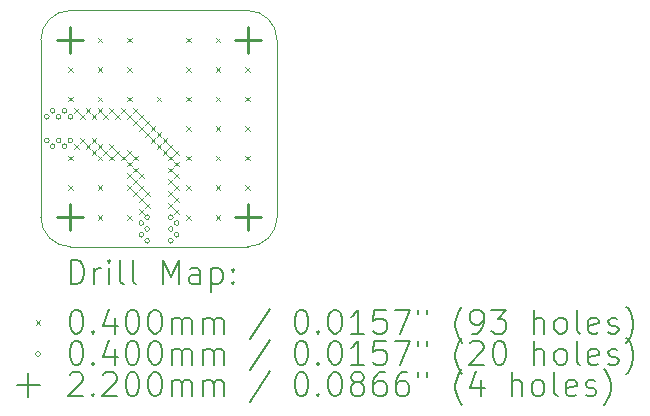
<source format=gbr>
%FSLAX45Y45*%
G04 Gerber Fmt 4.5, Leading zero omitted, Abs format (unit mm)*
G04 Created by KiCad (PCBNEW 6.0.1-79c1e3a40b~116~ubuntu20.04.1) date 2022-01-29 12:04:32*
%MOMM*%
%LPD*%
G01*
G04 APERTURE LIST*
%TA.AperFunction,Profile*%
%ADD10C,0.100000*%
%TD*%
%ADD11C,0.200000*%
%ADD12C,0.040000*%
%ADD13C,0.220000*%
G04 APERTURE END LIST*
D10*
X15250000Y-7500000D02*
G75*
G03*
X15000000Y-7750000I0J-250000D01*
G01*
X15250000Y-7500000D02*
X16750000Y-7500000D01*
X17000000Y-7750000D02*
G75*
G03*
X16750000Y-7500000I-250000J0D01*
G01*
X15000000Y-9250000D02*
X15000000Y-7750000D01*
X15000000Y-9250000D02*
G75*
G03*
X15250000Y-9500000I250000J0D01*
G01*
X17000000Y-7750000D02*
X17000000Y-9250000D01*
X16750000Y-9500000D02*
G75*
G03*
X17000000Y-9250000I0J250000D01*
G01*
X16750000Y-9500000D02*
X15250000Y-9500000D01*
D11*
D12*
X15230000Y-7980000D02*
X15270000Y-8020000D01*
X15270000Y-7980000D02*
X15230000Y-8020000D01*
X15230000Y-8230000D02*
X15270000Y-8270000D01*
X15270000Y-8230000D02*
X15230000Y-8270000D01*
X15230000Y-8730000D02*
X15270000Y-8770000D01*
X15270000Y-8730000D02*
X15230000Y-8770000D01*
X15230000Y-8980000D02*
X15270000Y-9020000D01*
X15270000Y-8980000D02*
X15230000Y-9020000D01*
X15280000Y-8330000D02*
X15320000Y-8370000D01*
X15320000Y-8330000D02*
X15280000Y-8370000D01*
X15280000Y-8630000D02*
X15320000Y-8670000D01*
X15320000Y-8630000D02*
X15280000Y-8670000D01*
X15330000Y-8380000D02*
X15370000Y-8420000D01*
X15370000Y-8380000D02*
X15330000Y-8420000D01*
X15330000Y-8580000D02*
X15370000Y-8620000D01*
X15370000Y-8580000D02*
X15330000Y-8620000D01*
X15380000Y-8330000D02*
X15420000Y-8370000D01*
X15420000Y-8330000D02*
X15380000Y-8370000D01*
X15380000Y-8630000D02*
X15420000Y-8670000D01*
X15420000Y-8630000D02*
X15380000Y-8670000D01*
X15430000Y-8380000D02*
X15470000Y-8420000D01*
X15470000Y-8380000D02*
X15430000Y-8420000D01*
X15430000Y-8580000D02*
X15470000Y-8620000D01*
X15470000Y-8580000D02*
X15430000Y-8620000D01*
X15430000Y-8680000D02*
X15470000Y-8720000D01*
X15470000Y-8680000D02*
X15430000Y-8720000D01*
X15480000Y-7730000D02*
X15520000Y-7770000D01*
X15520000Y-7730000D02*
X15480000Y-7770000D01*
X15480000Y-7980000D02*
X15520000Y-8020000D01*
X15520000Y-7980000D02*
X15480000Y-8020000D01*
X15480000Y-8230000D02*
X15520000Y-8270000D01*
X15520000Y-8230000D02*
X15480000Y-8270000D01*
X15480000Y-8330000D02*
X15520000Y-8370000D01*
X15520000Y-8330000D02*
X15480000Y-8370000D01*
X15480000Y-8630000D02*
X15520000Y-8670000D01*
X15520000Y-8630000D02*
X15480000Y-8670000D01*
X15480000Y-8730000D02*
X15520000Y-8770000D01*
X15520000Y-8730000D02*
X15480000Y-8770000D01*
X15480000Y-8980000D02*
X15520000Y-9020000D01*
X15520000Y-8980000D02*
X15480000Y-9020000D01*
X15480000Y-9230000D02*
X15520000Y-9270000D01*
X15520000Y-9230000D02*
X15480000Y-9270000D01*
X15530000Y-8380000D02*
X15570000Y-8420000D01*
X15570000Y-8380000D02*
X15530000Y-8420000D01*
X15530000Y-8680000D02*
X15570000Y-8720000D01*
X15570000Y-8680000D02*
X15530000Y-8720000D01*
X15580000Y-8330000D02*
X15620000Y-8370000D01*
X15620000Y-8330000D02*
X15580000Y-8370000D01*
X15580000Y-8630000D02*
X15620000Y-8670000D01*
X15620000Y-8630000D02*
X15580000Y-8670000D01*
X15580000Y-8730000D02*
X15620000Y-8770000D01*
X15620000Y-8730000D02*
X15580000Y-8770000D01*
X15630000Y-8380000D02*
X15670000Y-8420000D01*
X15670000Y-8380000D02*
X15630000Y-8420000D01*
X15630000Y-8680000D02*
X15670000Y-8720000D01*
X15670000Y-8680000D02*
X15630000Y-8720000D01*
X15680000Y-8330000D02*
X15720000Y-8370000D01*
X15720000Y-8330000D02*
X15680000Y-8370000D01*
X15680000Y-8730000D02*
X15720000Y-8770000D01*
X15720000Y-8730000D02*
X15680000Y-8770000D01*
X15730000Y-7730000D02*
X15770000Y-7770000D01*
X15770000Y-7730000D02*
X15730000Y-7770000D01*
X15730000Y-7980000D02*
X15770000Y-8020000D01*
X15770000Y-7980000D02*
X15730000Y-8020000D01*
X15730000Y-8230000D02*
X15770000Y-8270000D01*
X15770000Y-8230000D02*
X15730000Y-8270000D01*
X15730000Y-8380000D02*
X15770000Y-8420000D01*
X15770000Y-8380000D02*
X15730000Y-8420000D01*
X15730000Y-8680000D02*
X15770000Y-8720000D01*
X15770000Y-8680000D02*
X15730000Y-8720000D01*
X15730000Y-8780000D02*
X15770000Y-8820000D01*
X15770000Y-8780000D02*
X15730000Y-8820000D01*
X15730000Y-8880000D02*
X15770000Y-8920000D01*
X15770000Y-8880000D02*
X15730000Y-8920000D01*
X15730000Y-8980000D02*
X15770000Y-9020000D01*
X15770000Y-8980000D02*
X15730000Y-9020000D01*
X15730000Y-9230000D02*
X15770000Y-9270000D01*
X15770000Y-9230000D02*
X15730000Y-9270000D01*
X15780000Y-8330000D02*
X15820000Y-8370000D01*
X15820000Y-8330000D02*
X15780000Y-8370000D01*
X15780000Y-8430000D02*
X15820000Y-8470000D01*
X15820000Y-8430000D02*
X15780000Y-8470000D01*
X15780000Y-8730000D02*
X15820000Y-8770000D01*
X15820000Y-8730000D02*
X15780000Y-8770000D01*
X15780000Y-8830000D02*
X15820000Y-8870000D01*
X15820000Y-8830000D02*
X15780000Y-8870000D01*
X15780000Y-8930000D02*
X15820000Y-8970000D01*
X15820000Y-8930000D02*
X15780000Y-8970000D01*
X15780000Y-9030000D02*
X15820000Y-9070000D01*
X15820000Y-9030000D02*
X15780000Y-9070000D01*
X15830000Y-8380000D02*
X15870000Y-8420000D01*
X15870000Y-8380000D02*
X15830000Y-8420000D01*
X15830000Y-8480000D02*
X15870000Y-8520000D01*
X15870000Y-8480000D02*
X15830000Y-8520000D01*
X15830000Y-8880000D02*
X15870000Y-8920000D01*
X15870000Y-8880000D02*
X15830000Y-8920000D01*
X15830000Y-8980000D02*
X15870000Y-9020000D01*
X15870000Y-8980000D02*
X15830000Y-9020000D01*
X15830000Y-9080000D02*
X15870000Y-9120000D01*
X15870000Y-9080000D02*
X15830000Y-9120000D01*
X15830000Y-9180000D02*
X15870000Y-9220000D01*
X15870000Y-9180000D02*
X15830000Y-9220000D01*
X15880000Y-8430000D02*
X15920000Y-8470000D01*
X15920000Y-8430000D02*
X15880000Y-8470000D01*
X15880000Y-8530000D02*
X15920000Y-8570000D01*
X15920000Y-8530000D02*
X15880000Y-8570000D01*
X15880000Y-9030000D02*
X15920000Y-9070000D01*
X15920000Y-9030000D02*
X15880000Y-9070000D01*
X15880000Y-9130000D02*
X15920000Y-9170000D01*
X15920000Y-9130000D02*
X15880000Y-9170000D01*
X15930000Y-8480000D02*
X15970000Y-8520000D01*
X15970000Y-8480000D02*
X15930000Y-8520000D01*
X15930000Y-8580000D02*
X15970000Y-8620000D01*
X15970000Y-8580000D02*
X15930000Y-8620000D01*
X15980000Y-8230000D02*
X16020000Y-8270000D01*
X16020000Y-8230000D02*
X15980000Y-8270000D01*
X15980000Y-8530000D02*
X16020000Y-8570000D01*
X16020000Y-8530000D02*
X15980000Y-8570000D01*
X15980000Y-8630000D02*
X16020000Y-8670000D01*
X16020000Y-8630000D02*
X15980000Y-8670000D01*
X16030000Y-8580000D02*
X16070000Y-8620000D01*
X16070000Y-8580000D02*
X16030000Y-8620000D01*
X16030000Y-8680000D02*
X16070000Y-8720000D01*
X16070000Y-8680000D02*
X16030000Y-8720000D01*
X16080000Y-8630000D02*
X16120000Y-8670000D01*
X16120000Y-8630000D02*
X16080000Y-8670000D01*
X16080000Y-8730000D02*
X16120000Y-8770000D01*
X16120000Y-8730000D02*
X16080000Y-8770000D01*
X16080000Y-8830000D02*
X16120000Y-8870000D01*
X16120000Y-8830000D02*
X16080000Y-8870000D01*
X16080000Y-8930000D02*
X16120000Y-8970000D01*
X16120000Y-8930000D02*
X16080000Y-8970000D01*
X16080000Y-9030000D02*
X16120000Y-9070000D01*
X16120000Y-9030000D02*
X16080000Y-9070000D01*
X16080000Y-9130000D02*
X16120000Y-9170000D01*
X16120000Y-9130000D02*
X16080000Y-9170000D01*
X16130000Y-8680000D02*
X16170000Y-8720000D01*
X16170000Y-8680000D02*
X16130000Y-8720000D01*
X16130000Y-8780000D02*
X16170000Y-8820000D01*
X16170000Y-8780000D02*
X16130000Y-8820000D01*
X16130000Y-8880000D02*
X16170000Y-8920000D01*
X16170000Y-8880000D02*
X16130000Y-8920000D01*
X16130000Y-8980000D02*
X16170000Y-9020000D01*
X16170000Y-8980000D02*
X16130000Y-9020000D01*
X16130000Y-9080000D02*
X16170000Y-9120000D01*
X16170000Y-9080000D02*
X16130000Y-9120000D01*
X16130000Y-9180000D02*
X16170000Y-9220000D01*
X16170000Y-9180000D02*
X16130000Y-9220000D01*
X16230000Y-7730000D02*
X16270000Y-7770000D01*
X16270000Y-7730000D02*
X16230000Y-7770000D01*
X16230000Y-7980000D02*
X16270000Y-8020000D01*
X16270000Y-7980000D02*
X16230000Y-8020000D01*
X16230000Y-8230000D02*
X16270000Y-8270000D01*
X16270000Y-8230000D02*
X16230000Y-8270000D01*
X16230000Y-8480000D02*
X16270000Y-8520000D01*
X16270000Y-8480000D02*
X16230000Y-8520000D01*
X16230000Y-8730000D02*
X16270000Y-8770000D01*
X16270000Y-8730000D02*
X16230000Y-8770000D01*
X16230000Y-8980000D02*
X16270000Y-9020000D01*
X16270000Y-8980000D02*
X16230000Y-9020000D01*
X16230000Y-9230000D02*
X16270000Y-9270000D01*
X16270000Y-9230000D02*
X16230000Y-9270000D01*
X16480000Y-7730000D02*
X16520000Y-7770000D01*
X16520000Y-7730000D02*
X16480000Y-7770000D01*
X16480000Y-7980000D02*
X16520000Y-8020000D01*
X16520000Y-7980000D02*
X16480000Y-8020000D01*
X16480000Y-8230000D02*
X16520000Y-8270000D01*
X16520000Y-8230000D02*
X16480000Y-8270000D01*
X16480000Y-8480000D02*
X16520000Y-8520000D01*
X16520000Y-8480000D02*
X16480000Y-8520000D01*
X16480000Y-8730000D02*
X16520000Y-8770000D01*
X16520000Y-8730000D02*
X16480000Y-8770000D01*
X16480000Y-8980000D02*
X16520000Y-9020000D01*
X16520000Y-8980000D02*
X16480000Y-9020000D01*
X16480000Y-9230000D02*
X16520000Y-9270000D01*
X16520000Y-9230000D02*
X16480000Y-9270000D01*
X16730000Y-7980000D02*
X16770000Y-8020000D01*
X16770000Y-7980000D02*
X16730000Y-8020000D01*
X16730000Y-8230000D02*
X16770000Y-8270000D01*
X16770000Y-8230000D02*
X16730000Y-8270000D01*
X16730000Y-8480000D02*
X16770000Y-8520000D01*
X16770000Y-8480000D02*
X16730000Y-8520000D01*
X16730000Y-8730000D02*
X16770000Y-8770000D01*
X16770000Y-8730000D02*
X16730000Y-8770000D01*
X16730000Y-8980000D02*
X16770000Y-9020000D01*
X16770000Y-8980000D02*
X16730000Y-9020000D01*
X15070000Y-8400000D02*
G75*
G03*
X15070000Y-8400000I-20000J0D01*
G01*
X15070000Y-8600000D02*
G75*
G03*
X15070000Y-8600000I-20000J0D01*
G01*
X15120000Y-8350000D02*
G75*
G03*
X15120000Y-8350000I-20000J0D01*
G01*
X15120000Y-8650000D02*
G75*
G03*
X15120000Y-8650000I-20000J0D01*
G01*
X15170000Y-8400000D02*
G75*
G03*
X15170000Y-8400000I-20000J0D01*
G01*
X15170000Y-8600000D02*
G75*
G03*
X15170000Y-8600000I-20000J0D01*
G01*
X15220000Y-8350000D02*
G75*
G03*
X15220000Y-8350000I-20000J0D01*
G01*
X15220000Y-8650000D02*
G75*
G03*
X15220000Y-8650000I-20000J0D01*
G01*
X15270000Y-8400000D02*
G75*
G03*
X15270000Y-8400000I-20000J0D01*
G01*
X15270000Y-8600000D02*
G75*
G03*
X15270000Y-8600000I-20000J0D01*
G01*
X15870000Y-9300000D02*
G75*
G03*
X15870000Y-9300000I-20000J0D01*
G01*
X15870000Y-9400000D02*
G75*
G03*
X15870000Y-9400000I-20000J0D01*
G01*
X15920000Y-9250000D02*
G75*
G03*
X15920000Y-9250000I-20000J0D01*
G01*
X15920000Y-9350000D02*
G75*
G03*
X15920000Y-9350000I-20000J0D01*
G01*
X15920000Y-9450000D02*
G75*
G03*
X15920000Y-9450000I-20000J0D01*
G01*
X16120000Y-9250000D02*
G75*
G03*
X16120000Y-9250000I-20000J0D01*
G01*
X16120000Y-9350000D02*
G75*
G03*
X16120000Y-9350000I-20000J0D01*
G01*
X16120000Y-9450000D02*
G75*
G03*
X16120000Y-9450000I-20000J0D01*
G01*
X16170000Y-9300000D02*
G75*
G03*
X16170000Y-9300000I-20000J0D01*
G01*
X16170000Y-9400000D02*
G75*
G03*
X16170000Y-9400000I-20000J0D01*
G01*
D13*
X15250000Y-7640000D02*
X15250000Y-7860000D01*
X15140000Y-7750000D02*
X15360000Y-7750000D01*
X15250000Y-9140000D02*
X15250000Y-9360000D01*
X15140000Y-9250000D02*
X15360000Y-9250000D01*
X16750000Y-7640000D02*
X16750000Y-7860000D01*
X16640000Y-7750000D02*
X16860000Y-7750000D01*
X16750000Y-9140000D02*
X16750000Y-9360000D01*
X16640000Y-9250000D02*
X16860000Y-9250000D01*
D11*
X15252619Y-9815476D02*
X15252619Y-9615476D01*
X15300238Y-9615476D01*
X15328809Y-9625000D01*
X15347857Y-9644048D01*
X15357381Y-9663095D01*
X15366905Y-9701190D01*
X15366905Y-9729762D01*
X15357381Y-9767857D01*
X15347857Y-9786905D01*
X15328809Y-9805952D01*
X15300238Y-9815476D01*
X15252619Y-9815476D01*
X15452619Y-9815476D02*
X15452619Y-9682143D01*
X15452619Y-9720238D02*
X15462143Y-9701190D01*
X15471667Y-9691667D01*
X15490714Y-9682143D01*
X15509762Y-9682143D01*
X15576428Y-9815476D02*
X15576428Y-9682143D01*
X15576428Y-9615476D02*
X15566905Y-9625000D01*
X15576428Y-9634524D01*
X15585952Y-9625000D01*
X15576428Y-9615476D01*
X15576428Y-9634524D01*
X15700238Y-9815476D02*
X15681190Y-9805952D01*
X15671667Y-9786905D01*
X15671667Y-9615476D01*
X15805000Y-9815476D02*
X15785952Y-9805952D01*
X15776428Y-9786905D01*
X15776428Y-9615476D01*
X16033571Y-9815476D02*
X16033571Y-9615476D01*
X16100238Y-9758333D01*
X16166905Y-9615476D01*
X16166905Y-9815476D01*
X16347857Y-9815476D02*
X16347857Y-9710714D01*
X16338333Y-9691667D01*
X16319286Y-9682143D01*
X16281190Y-9682143D01*
X16262143Y-9691667D01*
X16347857Y-9805952D02*
X16328809Y-9815476D01*
X16281190Y-9815476D01*
X16262143Y-9805952D01*
X16252619Y-9786905D01*
X16252619Y-9767857D01*
X16262143Y-9748810D01*
X16281190Y-9739286D01*
X16328809Y-9739286D01*
X16347857Y-9729762D01*
X16443095Y-9682143D02*
X16443095Y-9882143D01*
X16443095Y-9691667D02*
X16462143Y-9682143D01*
X16500238Y-9682143D01*
X16519286Y-9691667D01*
X16528809Y-9701190D01*
X16538333Y-9720238D01*
X16538333Y-9777381D01*
X16528809Y-9796429D01*
X16519286Y-9805952D01*
X16500238Y-9815476D01*
X16462143Y-9815476D01*
X16443095Y-9805952D01*
X16624048Y-9796429D02*
X16633571Y-9805952D01*
X16624048Y-9815476D01*
X16614524Y-9805952D01*
X16624048Y-9796429D01*
X16624048Y-9815476D01*
X16624048Y-9691667D02*
X16633571Y-9701190D01*
X16624048Y-9710714D01*
X16614524Y-9701190D01*
X16624048Y-9691667D01*
X16624048Y-9710714D01*
D12*
X14955000Y-10125000D02*
X14995000Y-10165000D01*
X14995000Y-10125000D02*
X14955000Y-10165000D01*
D11*
X15290714Y-10035476D02*
X15309762Y-10035476D01*
X15328809Y-10045000D01*
X15338333Y-10054524D01*
X15347857Y-10073571D01*
X15357381Y-10111667D01*
X15357381Y-10159286D01*
X15347857Y-10197381D01*
X15338333Y-10216429D01*
X15328809Y-10225952D01*
X15309762Y-10235476D01*
X15290714Y-10235476D01*
X15271667Y-10225952D01*
X15262143Y-10216429D01*
X15252619Y-10197381D01*
X15243095Y-10159286D01*
X15243095Y-10111667D01*
X15252619Y-10073571D01*
X15262143Y-10054524D01*
X15271667Y-10045000D01*
X15290714Y-10035476D01*
X15443095Y-10216429D02*
X15452619Y-10225952D01*
X15443095Y-10235476D01*
X15433571Y-10225952D01*
X15443095Y-10216429D01*
X15443095Y-10235476D01*
X15624048Y-10102143D02*
X15624048Y-10235476D01*
X15576428Y-10025952D02*
X15528809Y-10168810D01*
X15652619Y-10168810D01*
X15766905Y-10035476D02*
X15785952Y-10035476D01*
X15805000Y-10045000D01*
X15814524Y-10054524D01*
X15824048Y-10073571D01*
X15833571Y-10111667D01*
X15833571Y-10159286D01*
X15824048Y-10197381D01*
X15814524Y-10216429D01*
X15805000Y-10225952D01*
X15785952Y-10235476D01*
X15766905Y-10235476D01*
X15747857Y-10225952D01*
X15738333Y-10216429D01*
X15728809Y-10197381D01*
X15719286Y-10159286D01*
X15719286Y-10111667D01*
X15728809Y-10073571D01*
X15738333Y-10054524D01*
X15747857Y-10045000D01*
X15766905Y-10035476D01*
X15957381Y-10035476D02*
X15976428Y-10035476D01*
X15995476Y-10045000D01*
X16005000Y-10054524D01*
X16014524Y-10073571D01*
X16024048Y-10111667D01*
X16024048Y-10159286D01*
X16014524Y-10197381D01*
X16005000Y-10216429D01*
X15995476Y-10225952D01*
X15976428Y-10235476D01*
X15957381Y-10235476D01*
X15938333Y-10225952D01*
X15928809Y-10216429D01*
X15919286Y-10197381D01*
X15909762Y-10159286D01*
X15909762Y-10111667D01*
X15919286Y-10073571D01*
X15928809Y-10054524D01*
X15938333Y-10045000D01*
X15957381Y-10035476D01*
X16109762Y-10235476D02*
X16109762Y-10102143D01*
X16109762Y-10121190D02*
X16119286Y-10111667D01*
X16138333Y-10102143D01*
X16166905Y-10102143D01*
X16185952Y-10111667D01*
X16195476Y-10130714D01*
X16195476Y-10235476D01*
X16195476Y-10130714D02*
X16205000Y-10111667D01*
X16224048Y-10102143D01*
X16252619Y-10102143D01*
X16271667Y-10111667D01*
X16281190Y-10130714D01*
X16281190Y-10235476D01*
X16376428Y-10235476D02*
X16376428Y-10102143D01*
X16376428Y-10121190D02*
X16385952Y-10111667D01*
X16405000Y-10102143D01*
X16433571Y-10102143D01*
X16452619Y-10111667D01*
X16462143Y-10130714D01*
X16462143Y-10235476D01*
X16462143Y-10130714D02*
X16471667Y-10111667D01*
X16490714Y-10102143D01*
X16519286Y-10102143D01*
X16538333Y-10111667D01*
X16547857Y-10130714D01*
X16547857Y-10235476D01*
X16938333Y-10025952D02*
X16766905Y-10283095D01*
X17195476Y-10035476D02*
X17214524Y-10035476D01*
X17233571Y-10045000D01*
X17243095Y-10054524D01*
X17252619Y-10073571D01*
X17262143Y-10111667D01*
X17262143Y-10159286D01*
X17252619Y-10197381D01*
X17243095Y-10216429D01*
X17233571Y-10225952D01*
X17214524Y-10235476D01*
X17195476Y-10235476D01*
X17176429Y-10225952D01*
X17166905Y-10216429D01*
X17157381Y-10197381D01*
X17147857Y-10159286D01*
X17147857Y-10111667D01*
X17157381Y-10073571D01*
X17166905Y-10054524D01*
X17176429Y-10045000D01*
X17195476Y-10035476D01*
X17347857Y-10216429D02*
X17357381Y-10225952D01*
X17347857Y-10235476D01*
X17338333Y-10225952D01*
X17347857Y-10216429D01*
X17347857Y-10235476D01*
X17481190Y-10035476D02*
X17500238Y-10035476D01*
X17519286Y-10045000D01*
X17528810Y-10054524D01*
X17538333Y-10073571D01*
X17547857Y-10111667D01*
X17547857Y-10159286D01*
X17538333Y-10197381D01*
X17528810Y-10216429D01*
X17519286Y-10225952D01*
X17500238Y-10235476D01*
X17481190Y-10235476D01*
X17462143Y-10225952D01*
X17452619Y-10216429D01*
X17443095Y-10197381D01*
X17433571Y-10159286D01*
X17433571Y-10111667D01*
X17443095Y-10073571D01*
X17452619Y-10054524D01*
X17462143Y-10045000D01*
X17481190Y-10035476D01*
X17738333Y-10235476D02*
X17624048Y-10235476D01*
X17681190Y-10235476D02*
X17681190Y-10035476D01*
X17662143Y-10064048D01*
X17643095Y-10083095D01*
X17624048Y-10092619D01*
X17919286Y-10035476D02*
X17824048Y-10035476D01*
X17814524Y-10130714D01*
X17824048Y-10121190D01*
X17843095Y-10111667D01*
X17890714Y-10111667D01*
X17909762Y-10121190D01*
X17919286Y-10130714D01*
X17928810Y-10149762D01*
X17928810Y-10197381D01*
X17919286Y-10216429D01*
X17909762Y-10225952D01*
X17890714Y-10235476D01*
X17843095Y-10235476D01*
X17824048Y-10225952D01*
X17814524Y-10216429D01*
X17995476Y-10035476D02*
X18128810Y-10035476D01*
X18043095Y-10235476D01*
X18195476Y-10035476D02*
X18195476Y-10073571D01*
X18271667Y-10035476D02*
X18271667Y-10073571D01*
X18566905Y-10311667D02*
X18557381Y-10302143D01*
X18538333Y-10273571D01*
X18528810Y-10254524D01*
X18519286Y-10225952D01*
X18509762Y-10178333D01*
X18509762Y-10140238D01*
X18519286Y-10092619D01*
X18528810Y-10064048D01*
X18538333Y-10045000D01*
X18557381Y-10016429D01*
X18566905Y-10006905D01*
X18652619Y-10235476D02*
X18690714Y-10235476D01*
X18709762Y-10225952D01*
X18719286Y-10216429D01*
X18738333Y-10187857D01*
X18747857Y-10149762D01*
X18747857Y-10073571D01*
X18738333Y-10054524D01*
X18728810Y-10045000D01*
X18709762Y-10035476D01*
X18671667Y-10035476D01*
X18652619Y-10045000D01*
X18643095Y-10054524D01*
X18633571Y-10073571D01*
X18633571Y-10121190D01*
X18643095Y-10140238D01*
X18652619Y-10149762D01*
X18671667Y-10159286D01*
X18709762Y-10159286D01*
X18728810Y-10149762D01*
X18738333Y-10140238D01*
X18747857Y-10121190D01*
X18814524Y-10035476D02*
X18938333Y-10035476D01*
X18871667Y-10111667D01*
X18900238Y-10111667D01*
X18919286Y-10121190D01*
X18928810Y-10130714D01*
X18938333Y-10149762D01*
X18938333Y-10197381D01*
X18928810Y-10216429D01*
X18919286Y-10225952D01*
X18900238Y-10235476D01*
X18843095Y-10235476D01*
X18824048Y-10225952D01*
X18814524Y-10216429D01*
X19176429Y-10235476D02*
X19176429Y-10035476D01*
X19262143Y-10235476D02*
X19262143Y-10130714D01*
X19252619Y-10111667D01*
X19233571Y-10102143D01*
X19205000Y-10102143D01*
X19185952Y-10111667D01*
X19176429Y-10121190D01*
X19385952Y-10235476D02*
X19366905Y-10225952D01*
X19357381Y-10216429D01*
X19347857Y-10197381D01*
X19347857Y-10140238D01*
X19357381Y-10121190D01*
X19366905Y-10111667D01*
X19385952Y-10102143D01*
X19414524Y-10102143D01*
X19433571Y-10111667D01*
X19443095Y-10121190D01*
X19452619Y-10140238D01*
X19452619Y-10197381D01*
X19443095Y-10216429D01*
X19433571Y-10225952D01*
X19414524Y-10235476D01*
X19385952Y-10235476D01*
X19566905Y-10235476D02*
X19547857Y-10225952D01*
X19538333Y-10206905D01*
X19538333Y-10035476D01*
X19719286Y-10225952D02*
X19700238Y-10235476D01*
X19662143Y-10235476D01*
X19643095Y-10225952D01*
X19633571Y-10206905D01*
X19633571Y-10130714D01*
X19643095Y-10111667D01*
X19662143Y-10102143D01*
X19700238Y-10102143D01*
X19719286Y-10111667D01*
X19728810Y-10130714D01*
X19728810Y-10149762D01*
X19633571Y-10168810D01*
X19805000Y-10225952D02*
X19824048Y-10235476D01*
X19862143Y-10235476D01*
X19881190Y-10225952D01*
X19890714Y-10206905D01*
X19890714Y-10197381D01*
X19881190Y-10178333D01*
X19862143Y-10168810D01*
X19833571Y-10168810D01*
X19814524Y-10159286D01*
X19805000Y-10140238D01*
X19805000Y-10130714D01*
X19814524Y-10111667D01*
X19833571Y-10102143D01*
X19862143Y-10102143D01*
X19881190Y-10111667D01*
X19957381Y-10311667D02*
X19966905Y-10302143D01*
X19985952Y-10273571D01*
X19995476Y-10254524D01*
X20005000Y-10225952D01*
X20014524Y-10178333D01*
X20014524Y-10140238D01*
X20005000Y-10092619D01*
X19995476Y-10064048D01*
X19985952Y-10045000D01*
X19966905Y-10016429D01*
X19957381Y-10006905D01*
D12*
X14995000Y-10409000D02*
G75*
G03*
X14995000Y-10409000I-20000J0D01*
G01*
D11*
X15290714Y-10299476D02*
X15309762Y-10299476D01*
X15328809Y-10309000D01*
X15338333Y-10318524D01*
X15347857Y-10337571D01*
X15357381Y-10375667D01*
X15357381Y-10423286D01*
X15347857Y-10461381D01*
X15338333Y-10480429D01*
X15328809Y-10489952D01*
X15309762Y-10499476D01*
X15290714Y-10499476D01*
X15271667Y-10489952D01*
X15262143Y-10480429D01*
X15252619Y-10461381D01*
X15243095Y-10423286D01*
X15243095Y-10375667D01*
X15252619Y-10337571D01*
X15262143Y-10318524D01*
X15271667Y-10309000D01*
X15290714Y-10299476D01*
X15443095Y-10480429D02*
X15452619Y-10489952D01*
X15443095Y-10499476D01*
X15433571Y-10489952D01*
X15443095Y-10480429D01*
X15443095Y-10499476D01*
X15624048Y-10366143D02*
X15624048Y-10499476D01*
X15576428Y-10289952D02*
X15528809Y-10432810D01*
X15652619Y-10432810D01*
X15766905Y-10299476D02*
X15785952Y-10299476D01*
X15805000Y-10309000D01*
X15814524Y-10318524D01*
X15824048Y-10337571D01*
X15833571Y-10375667D01*
X15833571Y-10423286D01*
X15824048Y-10461381D01*
X15814524Y-10480429D01*
X15805000Y-10489952D01*
X15785952Y-10499476D01*
X15766905Y-10499476D01*
X15747857Y-10489952D01*
X15738333Y-10480429D01*
X15728809Y-10461381D01*
X15719286Y-10423286D01*
X15719286Y-10375667D01*
X15728809Y-10337571D01*
X15738333Y-10318524D01*
X15747857Y-10309000D01*
X15766905Y-10299476D01*
X15957381Y-10299476D02*
X15976428Y-10299476D01*
X15995476Y-10309000D01*
X16005000Y-10318524D01*
X16014524Y-10337571D01*
X16024048Y-10375667D01*
X16024048Y-10423286D01*
X16014524Y-10461381D01*
X16005000Y-10480429D01*
X15995476Y-10489952D01*
X15976428Y-10499476D01*
X15957381Y-10499476D01*
X15938333Y-10489952D01*
X15928809Y-10480429D01*
X15919286Y-10461381D01*
X15909762Y-10423286D01*
X15909762Y-10375667D01*
X15919286Y-10337571D01*
X15928809Y-10318524D01*
X15938333Y-10309000D01*
X15957381Y-10299476D01*
X16109762Y-10499476D02*
X16109762Y-10366143D01*
X16109762Y-10385190D02*
X16119286Y-10375667D01*
X16138333Y-10366143D01*
X16166905Y-10366143D01*
X16185952Y-10375667D01*
X16195476Y-10394714D01*
X16195476Y-10499476D01*
X16195476Y-10394714D02*
X16205000Y-10375667D01*
X16224048Y-10366143D01*
X16252619Y-10366143D01*
X16271667Y-10375667D01*
X16281190Y-10394714D01*
X16281190Y-10499476D01*
X16376428Y-10499476D02*
X16376428Y-10366143D01*
X16376428Y-10385190D02*
X16385952Y-10375667D01*
X16405000Y-10366143D01*
X16433571Y-10366143D01*
X16452619Y-10375667D01*
X16462143Y-10394714D01*
X16462143Y-10499476D01*
X16462143Y-10394714D02*
X16471667Y-10375667D01*
X16490714Y-10366143D01*
X16519286Y-10366143D01*
X16538333Y-10375667D01*
X16547857Y-10394714D01*
X16547857Y-10499476D01*
X16938333Y-10289952D02*
X16766905Y-10547095D01*
X17195476Y-10299476D02*
X17214524Y-10299476D01*
X17233571Y-10309000D01*
X17243095Y-10318524D01*
X17252619Y-10337571D01*
X17262143Y-10375667D01*
X17262143Y-10423286D01*
X17252619Y-10461381D01*
X17243095Y-10480429D01*
X17233571Y-10489952D01*
X17214524Y-10499476D01*
X17195476Y-10499476D01*
X17176429Y-10489952D01*
X17166905Y-10480429D01*
X17157381Y-10461381D01*
X17147857Y-10423286D01*
X17147857Y-10375667D01*
X17157381Y-10337571D01*
X17166905Y-10318524D01*
X17176429Y-10309000D01*
X17195476Y-10299476D01*
X17347857Y-10480429D02*
X17357381Y-10489952D01*
X17347857Y-10499476D01*
X17338333Y-10489952D01*
X17347857Y-10480429D01*
X17347857Y-10499476D01*
X17481190Y-10299476D02*
X17500238Y-10299476D01*
X17519286Y-10309000D01*
X17528810Y-10318524D01*
X17538333Y-10337571D01*
X17547857Y-10375667D01*
X17547857Y-10423286D01*
X17538333Y-10461381D01*
X17528810Y-10480429D01*
X17519286Y-10489952D01*
X17500238Y-10499476D01*
X17481190Y-10499476D01*
X17462143Y-10489952D01*
X17452619Y-10480429D01*
X17443095Y-10461381D01*
X17433571Y-10423286D01*
X17433571Y-10375667D01*
X17443095Y-10337571D01*
X17452619Y-10318524D01*
X17462143Y-10309000D01*
X17481190Y-10299476D01*
X17738333Y-10499476D02*
X17624048Y-10499476D01*
X17681190Y-10499476D02*
X17681190Y-10299476D01*
X17662143Y-10328048D01*
X17643095Y-10347095D01*
X17624048Y-10356619D01*
X17919286Y-10299476D02*
X17824048Y-10299476D01*
X17814524Y-10394714D01*
X17824048Y-10385190D01*
X17843095Y-10375667D01*
X17890714Y-10375667D01*
X17909762Y-10385190D01*
X17919286Y-10394714D01*
X17928810Y-10413762D01*
X17928810Y-10461381D01*
X17919286Y-10480429D01*
X17909762Y-10489952D01*
X17890714Y-10499476D01*
X17843095Y-10499476D01*
X17824048Y-10489952D01*
X17814524Y-10480429D01*
X17995476Y-10299476D02*
X18128810Y-10299476D01*
X18043095Y-10499476D01*
X18195476Y-10299476D02*
X18195476Y-10337571D01*
X18271667Y-10299476D02*
X18271667Y-10337571D01*
X18566905Y-10575667D02*
X18557381Y-10566143D01*
X18538333Y-10537571D01*
X18528810Y-10518524D01*
X18519286Y-10489952D01*
X18509762Y-10442333D01*
X18509762Y-10404238D01*
X18519286Y-10356619D01*
X18528810Y-10328048D01*
X18538333Y-10309000D01*
X18557381Y-10280429D01*
X18566905Y-10270905D01*
X18633571Y-10318524D02*
X18643095Y-10309000D01*
X18662143Y-10299476D01*
X18709762Y-10299476D01*
X18728810Y-10309000D01*
X18738333Y-10318524D01*
X18747857Y-10337571D01*
X18747857Y-10356619D01*
X18738333Y-10385190D01*
X18624048Y-10499476D01*
X18747857Y-10499476D01*
X18871667Y-10299476D02*
X18890714Y-10299476D01*
X18909762Y-10309000D01*
X18919286Y-10318524D01*
X18928810Y-10337571D01*
X18938333Y-10375667D01*
X18938333Y-10423286D01*
X18928810Y-10461381D01*
X18919286Y-10480429D01*
X18909762Y-10489952D01*
X18890714Y-10499476D01*
X18871667Y-10499476D01*
X18852619Y-10489952D01*
X18843095Y-10480429D01*
X18833571Y-10461381D01*
X18824048Y-10423286D01*
X18824048Y-10375667D01*
X18833571Y-10337571D01*
X18843095Y-10318524D01*
X18852619Y-10309000D01*
X18871667Y-10299476D01*
X19176429Y-10499476D02*
X19176429Y-10299476D01*
X19262143Y-10499476D02*
X19262143Y-10394714D01*
X19252619Y-10375667D01*
X19233571Y-10366143D01*
X19205000Y-10366143D01*
X19185952Y-10375667D01*
X19176429Y-10385190D01*
X19385952Y-10499476D02*
X19366905Y-10489952D01*
X19357381Y-10480429D01*
X19347857Y-10461381D01*
X19347857Y-10404238D01*
X19357381Y-10385190D01*
X19366905Y-10375667D01*
X19385952Y-10366143D01*
X19414524Y-10366143D01*
X19433571Y-10375667D01*
X19443095Y-10385190D01*
X19452619Y-10404238D01*
X19452619Y-10461381D01*
X19443095Y-10480429D01*
X19433571Y-10489952D01*
X19414524Y-10499476D01*
X19385952Y-10499476D01*
X19566905Y-10499476D02*
X19547857Y-10489952D01*
X19538333Y-10470905D01*
X19538333Y-10299476D01*
X19719286Y-10489952D02*
X19700238Y-10499476D01*
X19662143Y-10499476D01*
X19643095Y-10489952D01*
X19633571Y-10470905D01*
X19633571Y-10394714D01*
X19643095Y-10375667D01*
X19662143Y-10366143D01*
X19700238Y-10366143D01*
X19719286Y-10375667D01*
X19728810Y-10394714D01*
X19728810Y-10413762D01*
X19633571Y-10432810D01*
X19805000Y-10489952D02*
X19824048Y-10499476D01*
X19862143Y-10499476D01*
X19881190Y-10489952D01*
X19890714Y-10470905D01*
X19890714Y-10461381D01*
X19881190Y-10442333D01*
X19862143Y-10432810D01*
X19833571Y-10432810D01*
X19814524Y-10423286D01*
X19805000Y-10404238D01*
X19805000Y-10394714D01*
X19814524Y-10375667D01*
X19833571Y-10366143D01*
X19862143Y-10366143D01*
X19881190Y-10375667D01*
X19957381Y-10575667D02*
X19966905Y-10566143D01*
X19985952Y-10537571D01*
X19995476Y-10518524D01*
X20005000Y-10489952D01*
X20014524Y-10442333D01*
X20014524Y-10404238D01*
X20005000Y-10356619D01*
X19995476Y-10328048D01*
X19985952Y-10309000D01*
X19966905Y-10280429D01*
X19957381Y-10270905D01*
X14895000Y-10573000D02*
X14895000Y-10773000D01*
X14795000Y-10673000D02*
X14995000Y-10673000D01*
X15243095Y-10582524D02*
X15252619Y-10573000D01*
X15271667Y-10563476D01*
X15319286Y-10563476D01*
X15338333Y-10573000D01*
X15347857Y-10582524D01*
X15357381Y-10601571D01*
X15357381Y-10620619D01*
X15347857Y-10649190D01*
X15233571Y-10763476D01*
X15357381Y-10763476D01*
X15443095Y-10744429D02*
X15452619Y-10753952D01*
X15443095Y-10763476D01*
X15433571Y-10753952D01*
X15443095Y-10744429D01*
X15443095Y-10763476D01*
X15528809Y-10582524D02*
X15538333Y-10573000D01*
X15557381Y-10563476D01*
X15605000Y-10563476D01*
X15624048Y-10573000D01*
X15633571Y-10582524D01*
X15643095Y-10601571D01*
X15643095Y-10620619D01*
X15633571Y-10649190D01*
X15519286Y-10763476D01*
X15643095Y-10763476D01*
X15766905Y-10563476D02*
X15785952Y-10563476D01*
X15805000Y-10573000D01*
X15814524Y-10582524D01*
X15824048Y-10601571D01*
X15833571Y-10639667D01*
X15833571Y-10687286D01*
X15824048Y-10725381D01*
X15814524Y-10744429D01*
X15805000Y-10753952D01*
X15785952Y-10763476D01*
X15766905Y-10763476D01*
X15747857Y-10753952D01*
X15738333Y-10744429D01*
X15728809Y-10725381D01*
X15719286Y-10687286D01*
X15719286Y-10639667D01*
X15728809Y-10601571D01*
X15738333Y-10582524D01*
X15747857Y-10573000D01*
X15766905Y-10563476D01*
X15957381Y-10563476D02*
X15976428Y-10563476D01*
X15995476Y-10573000D01*
X16005000Y-10582524D01*
X16014524Y-10601571D01*
X16024048Y-10639667D01*
X16024048Y-10687286D01*
X16014524Y-10725381D01*
X16005000Y-10744429D01*
X15995476Y-10753952D01*
X15976428Y-10763476D01*
X15957381Y-10763476D01*
X15938333Y-10753952D01*
X15928809Y-10744429D01*
X15919286Y-10725381D01*
X15909762Y-10687286D01*
X15909762Y-10639667D01*
X15919286Y-10601571D01*
X15928809Y-10582524D01*
X15938333Y-10573000D01*
X15957381Y-10563476D01*
X16109762Y-10763476D02*
X16109762Y-10630143D01*
X16109762Y-10649190D02*
X16119286Y-10639667D01*
X16138333Y-10630143D01*
X16166905Y-10630143D01*
X16185952Y-10639667D01*
X16195476Y-10658714D01*
X16195476Y-10763476D01*
X16195476Y-10658714D02*
X16205000Y-10639667D01*
X16224048Y-10630143D01*
X16252619Y-10630143D01*
X16271667Y-10639667D01*
X16281190Y-10658714D01*
X16281190Y-10763476D01*
X16376428Y-10763476D02*
X16376428Y-10630143D01*
X16376428Y-10649190D02*
X16385952Y-10639667D01*
X16405000Y-10630143D01*
X16433571Y-10630143D01*
X16452619Y-10639667D01*
X16462143Y-10658714D01*
X16462143Y-10763476D01*
X16462143Y-10658714D02*
X16471667Y-10639667D01*
X16490714Y-10630143D01*
X16519286Y-10630143D01*
X16538333Y-10639667D01*
X16547857Y-10658714D01*
X16547857Y-10763476D01*
X16938333Y-10553952D02*
X16766905Y-10811095D01*
X17195476Y-10563476D02*
X17214524Y-10563476D01*
X17233571Y-10573000D01*
X17243095Y-10582524D01*
X17252619Y-10601571D01*
X17262143Y-10639667D01*
X17262143Y-10687286D01*
X17252619Y-10725381D01*
X17243095Y-10744429D01*
X17233571Y-10753952D01*
X17214524Y-10763476D01*
X17195476Y-10763476D01*
X17176429Y-10753952D01*
X17166905Y-10744429D01*
X17157381Y-10725381D01*
X17147857Y-10687286D01*
X17147857Y-10639667D01*
X17157381Y-10601571D01*
X17166905Y-10582524D01*
X17176429Y-10573000D01*
X17195476Y-10563476D01*
X17347857Y-10744429D02*
X17357381Y-10753952D01*
X17347857Y-10763476D01*
X17338333Y-10753952D01*
X17347857Y-10744429D01*
X17347857Y-10763476D01*
X17481190Y-10563476D02*
X17500238Y-10563476D01*
X17519286Y-10573000D01*
X17528810Y-10582524D01*
X17538333Y-10601571D01*
X17547857Y-10639667D01*
X17547857Y-10687286D01*
X17538333Y-10725381D01*
X17528810Y-10744429D01*
X17519286Y-10753952D01*
X17500238Y-10763476D01*
X17481190Y-10763476D01*
X17462143Y-10753952D01*
X17452619Y-10744429D01*
X17443095Y-10725381D01*
X17433571Y-10687286D01*
X17433571Y-10639667D01*
X17443095Y-10601571D01*
X17452619Y-10582524D01*
X17462143Y-10573000D01*
X17481190Y-10563476D01*
X17662143Y-10649190D02*
X17643095Y-10639667D01*
X17633571Y-10630143D01*
X17624048Y-10611095D01*
X17624048Y-10601571D01*
X17633571Y-10582524D01*
X17643095Y-10573000D01*
X17662143Y-10563476D01*
X17700238Y-10563476D01*
X17719286Y-10573000D01*
X17728810Y-10582524D01*
X17738333Y-10601571D01*
X17738333Y-10611095D01*
X17728810Y-10630143D01*
X17719286Y-10639667D01*
X17700238Y-10649190D01*
X17662143Y-10649190D01*
X17643095Y-10658714D01*
X17633571Y-10668238D01*
X17624048Y-10687286D01*
X17624048Y-10725381D01*
X17633571Y-10744429D01*
X17643095Y-10753952D01*
X17662143Y-10763476D01*
X17700238Y-10763476D01*
X17719286Y-10753952D01*
X17728810Y-10744429D01*
X17738333Y-10725381D01*
X17738333Y-10687286D01*
X17728810Y-10668238D01*
X17719286Y-10658714D01*
X17700238Y-10649190D01*
X17909762Y-10563476D02*
X17871667Y-10563476D01*
X17852619Y-10573000D01*
X17843095Y-10582524D01*
X17824048Y-10611095D01*
X17814524Y-10649190D01*
X17814524Y-10725381D01*
X17824048Y-10744429D01*
X17833571Y-10753952D01*
X17852619Y-10763476D01*
X17890714Y-10763476D01*
X17909762Y-10753952D01*
X17919286Y-10744429D01*
X17928810Y-10725381D01*
X17928810Y-10677762D01*
X17919286Y-10658714D01*
X17909762Y-10649190D01*
X17890714Y-10639667D01*
X17852619Y-10639667D01*
X17833571Y-10649190D01*
X17824048Y-10658714D01*
X17814524Y-10677762D01*
X18100238Y-10563476D02*
X18062143Y-10563476D01*
X18043095Y-10573000D01*
X18033571Y-10582524D01*
X18014524Y-10611095D01*
X18005000Y-10649190D01*
X18005000Y-10725381D01*
X18014524Y-10744429D01*
X18024048Y-10753952D01*
X18043095Y-10763476D01*
X18081190Y-10763476D01*
X18100238Y-10753952D01*
X18109762Y-10744429D01*
X18119286Y-10725381D01*
X18119286Y-10677762D01*
X18109762Y-10658714D01*
X18100238Y-10649190D01*
X18081190Y-10639667D01*
X18043095Y-10639667D01*
X18024048Y-10649190D01*
X18014524Y-10658714D01*
X18005000Y-10677762D01*
X18195476Y-10563476D02*
X18195476Y-10601571D01*
X18271667Y-10563476D02*
X18271667Y-10601571D01*
X18566905Y-10839667D02*
X18557381Y-10830143D01*
X18538333Y-10801571D01*
X18528810Y-10782524D01*
X18519286Y-10753952D01*
X18509762Y-10706333D01*
X18509762Y-10668238D01*
X18519286Y-10620619D01*
X18528810Y-10592048D01*
X18538333Y-10573000D01*
X18557381Y-10544429D01*
X18566905Y-10534905D01*
X18728810Y-10630143D02*
X18728810Y-10763476D01*
X18681190Y-10553952D02*
X18633571Y-10696810D01*
X18757381Y-10696810D01*
X18985952Y-10763476D02*
X18985952Y-10563476D01*
X19071667Y-10763476D02*
X19071667Y-10658714D01*
X19062143Y-10639667D01*
X19043095Y-10630143D01*
X19014524Y-10630143D01*
X18995476Y-10639667D01*
X18985952Y-10649190D01*
X19195476Y-10763476D02*
X19176429Y-10753952D01*
X19166905Y-10744429D01*
X19157381Y-10725381D01*
X19157381Y-10668238D01*
X19166905Y-10649190D01*
X19176429Y-10639667D01*
X19195476Y-10630143D01*
X19224048Y-10630143D01*
X19243095Y-10639667D01*
X19252619Y-10649190D01*
X19262143Y-10668238D01*
X19262143Y-10725381D01*
X19252619Y-10744429D01*
X19243095Y-10753952D01*
X19224048Y-10763476D01*
X19195476Y-10763476D01*
X19376429Y-10763476D02*
X19357381Y-10753952D01*
X19347857Y-10734905D01*
X19347857Y-10563476D01*
X19528810Y-10753952D02*
X19509762Y-10763476D01*
X19471667Y-10763476D01*
X19452619Y-10753952D01*
X19443095Y-10734905D01*
X19443095Y-10658714D01*
X19452619Y-10639667D01*
X19471667Y-10630143D01*
X19509762Y-10630143D01*
X19528810Y-10639667D01*
X19538333Y-10658714D01*
X19538333Y-10677762D01*
X19443095Y-10696810D01*
X19614524Y-10753952D02*
X19633571Y-10763476D01*
X19671667Y-10763476D01*
X19690714Y-10753952D01*
X19700238Y-10734905D01*
X19700238Y-10725381D01*
X19690714Y-10706333D01*
X19671667Y-10696810D01*
X19643095Y-10696810D01*
X19624048Y-10687286D01*
X19614524Y-10668238D01*
X19614524Y-10658714D01*
X19624048Y-10639667D01*
X19643095Y-10630143D01*
X19671667Y-10630143D01*
X19690714Y-10639667D01*
X19766905Y-10839667D02*
X19776429Y-10830143D01*
X19795476Y-10801571D01*
X19805000Y-10782524D01*
X19814524Y-10753952D01*
X19824048Y-10706333D01*
X19824048Y-10668238D01*
X19814524Y-10620619D01*
X19805000Y-10592048D01*
X19795476Y-10573000D01*
X19776429Y-10544429D01*
X19766905Y-10534905D01*
M02*

</source>
